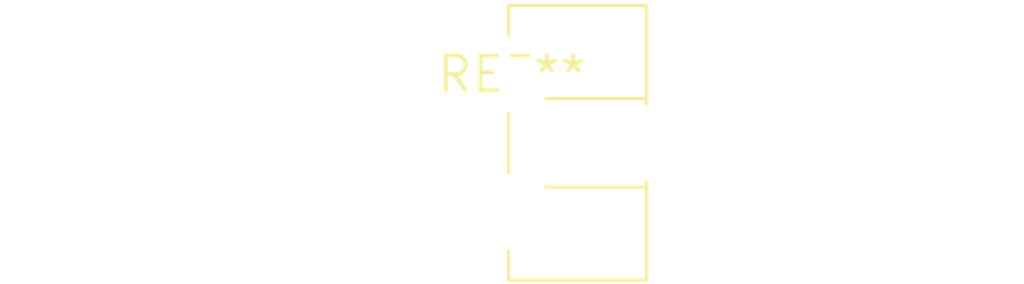
<source format=kicad_pcb>
(kicad_pcb (version 20240108) (generator pcbnew)
  (layers (0 "F.Cu" signal) (31 "B.Cu" signal) (34 "B.Paste" user) (35 "F.Paste" user) (36 "B.SilkS" user "B.Silkscreen") (37 "F.SilkS" user "F.Silkscreen") (38 "B.Mask" user) (39 "F.Mask" user) (44 "Edge.Cuts" user))
  (net 0 "")
  (footprint "Potentiometer_ACP_CA9-H5_Horizontal" (layer "F.Cu") (at 0 0)
    (property "Reference" "REF**")
    (property "Value" "Potentiometer_ACP_CA9-H5_Horizontal")
    (fp_line (start -0.121 -2.521) (end -0.121 -1.426) (layer "F.SilkS") (stroke (width 0.12)))
    (fp_line (start -0.121 -2.521) (end 4.92 -2.521) (layer "F.SilkS") (stroke (width 0.12)))
    (fp_line (start -0.121 1.426) (end -0.121 3.575) (layer "F.SilkS") (stroke (width 0.12)))
    (fp_line (start -0.121 1.426) (end -0.121 3.575) (layer "F.SilkS") (stroke (width 0.12)))
    (fp_line (start -0.121 6.425) (end -0.121 7.52) (layer "F.SilkS") (stroke (width 0.12)))
    (fp_line (start -0.121 7.52) (end 4.92 7.52) (layer "F.SilkS") (stroke (width 0.12)))
    (fp_line (start 1.237 0.88) (end 4.92 0.88) (layer "F.SilkS") (stroke (width 0.12)))
    (fp_line (start 1.237 4.12) (end 4.92 4.12) (layer "F.SilkS") (stroke (width 0.12)))
    (fp_line (start 4.92 -2.521) (end 4.92 1.075) (layer "F.SilkS") (stroke (width 0.12)))
    (fp_line (start 4.92 0.88) (end 4.92 1.075) (layer "F.SilkS") (stroke (width 0.12)))
    (fp_line (start 4.92 3.925) (end 4.92 4.12) (layer "F.SilkS") (stroke (width 0.12)))
    (fp_line (start 4.92 3.925) (end 4.92 7.52) (layer "F.SilkS") (stroke (width 0.12)))
    (pad "1" thru_hole circle (at 0 0) (size 2.34 2.34) (drill 1.3) (layers *.Cu *.Mask) (remove_unused_layers))
    (pad "2" thru_hole circle (at 5 2.5) (size 2.34 2.34) (drill 1.3) (layers *.Cu *.Mask) (remove_unused_layers))
    (pad "3" thru_hole circle (at 0 5) (size 2.34 2.34) (drill 1.3) (layers *.Cu *.Mask) (remove_unused_layers))
  )
)
</source>
